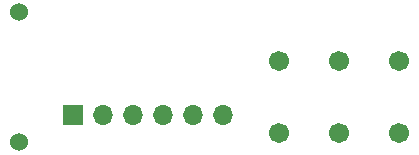
<source format=gbr>
%TF.GenerationSoftware,KiCad,Pcbnew,8.0.8+dfsg-1*%
%TF.CreationDate,2025-07-13T00:01:04+05:30*%
%TF.ProjectId,resistor_board,72657369-7374-46f7-925f-626f6172642e,rev?*%
%TF.SameCoordinates,Original*%
%TF.FileFunction,Copper,L2,Bot*%
%TF.FilePolarity,Positive*%
%FSLAX46Y46*%
G04 Gerber Fmt 4.6, Leading zero omitted, Abs format (unit mm)*
G04 Created by KiCad (PCBNEW 8.0.8+dfsg-1) date 2025-07-13 00:01:04*
%MOMM*%
%LPD*%
G01*
G04 APERTURE LIST*
%TA.AperFunction,ComponentPad*%
%ADD10R,1.700000X1.700000*%
%TD*%
%TA.AperFunction,ComponentPad*%
%ADD11O,1.700000X1.700000*%
%TD*%
%TA.AperFunction,ComponentPad*%
%ADD12C,1.530000*%
%TD*%
%TA.AperFunction,ComponentPad*%
%ADD13C,1.701800*%
%TD*%
G04 APERTURE END LIST*
D10*
%TO.P,J1,1,Pin_1*%
%TO.N,/BurnWireIN*%
X123535100Y-73385552D03*
D11*
%TO.P,J1,2,Pin_2*%
X126075100Y-73385552D03*
%TO.P,J1,3,Pin_3*%
%TO.N,/GND*%
X128615100Y-73385552D03*
%TO.P,J1,4,Pin_4*%
X131155100Y-73385552D03*
%TO.P,J1,5,Pin_5*%
%TO.N,/DeployerDetectionSWIN*%
X133695100Y-73385552D03*
%TO.P,J1,6,Pin_6*%
%TO.N,/DeployerDetectionSWOUT*%
X136235100Y-73385552D03*
%TD*%
D12*
%TO.P,TP1,TP*%
%TO.N,/BurnWireIN*%
X118945100Y-64685600D03*
%TD*%
D13*
%TO.P,SW1,1,A*%
%TO.N,/DeployerDetectionSWIN*%
X140965100Y-68781600D03*
%TO.P,SW1,2,B*%
%TO.N,/DeployerDetectionSWOUT*%
X146045100Y-68781600D03*
%TO.P,SW1,3,C*%
%TO.N,unconnected-(SW1-C-Pad3)*%
X151125100Y-68781600D03*
%TD*%
%TO.P,SW2,1,A*%
%TO.N,/DeployerDetectionSWIN*%
X140965100Y-74877600D03*
%TO.P,SW2,2,B*%
%TO.N,/DeployerDetectionSWOUT*%
X146045100Y-74877600D03*
%TO.P,SW2,3,C*%
%TO.N,unconnected-(SW2-C-Pad3)*%
X151125100Y-74877600D03*
%TD*%
D12*
%TO.P,TP2,TP*%
%TO.N,/GND*%
X118945100Y-75685600D03*
%TD*%
M02*

</source>
